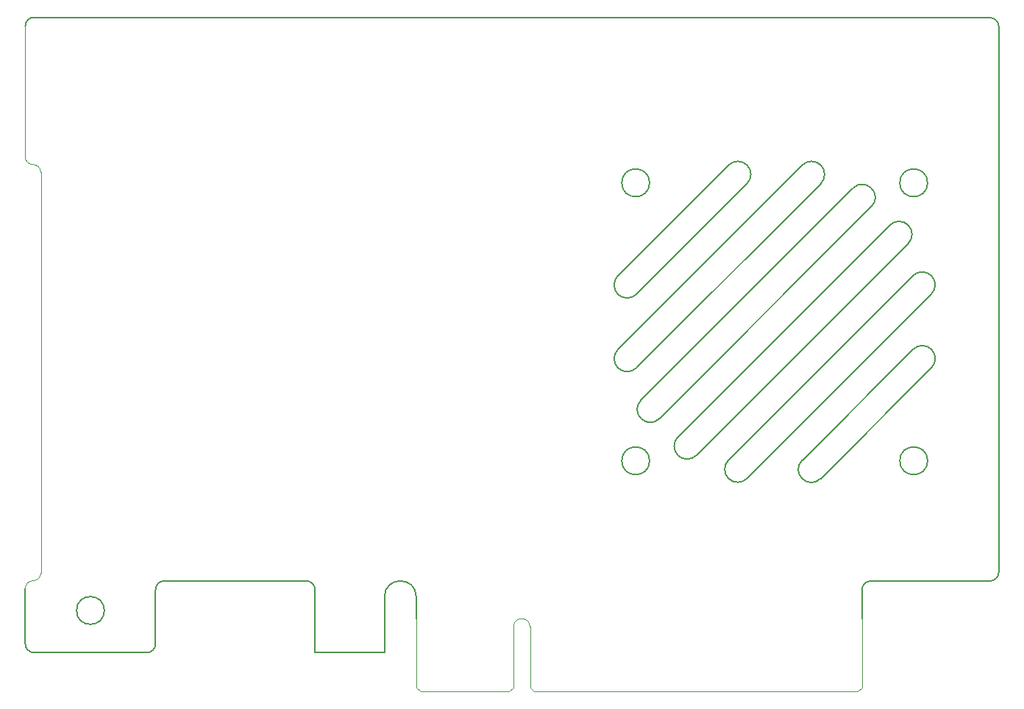
<source format=gm1>
%TF.GenerationSoftware,KiCad,Pcbnew,(5.1.9)-1*%
%TF.CreationDate,2021-07-12T14:13:14+08:00*%
%TF.ProjectId,V1,56312e6b-6963-4616-945f-706362585858,rev?*%
%TF.SameCoordinates,Original*%
%TF.FileFunction,Profile,NP*%
%FSLAX46Y46*%
G04 Gerber Fmt 4.6, Leading zero omitted, Abs format (unit mm)*
G04 Created by KiCad (PCBNEW (5.1.9)-1) date 2021-07-12 14:13:14*
%MOMM*%
%LPD*%
G01*
G04 APERTURE LIST*
%TA.AperFunction,Profile*%
%ADD10C,0.203200*%
%TD*%
%TA.AperFunction,Profile*%
%ADD11C,0.050000*%
%TD*%
%TA.AperFunction,Profile*%
%ADD12C,0.120000*%
%TD*%
%TA.AperFunction,Profile*%
%ADD13C,0.200000*%
%TD*%
%TA.AperFunction,Profile*%
%ADD14C,0.100000*%
%TD*%
G04 APERTURE END LIST*
D10*
X184299987Y-122299478D02*
G75*
G02*
X185350000Y-121250000I1025013J24478D01*
G01*
D11*
X88000000Y-57370000D02*
X88000000Y-72426000D01*
D12*
X88900000Y-73326000D02*
G75*
G02*
X89800000Y-74226000I0J-900000D01*
G01*
X88900000Y-73326000D02*
G75*
G02*
X88000000Y-72426000I0J900000D01*
G01*
D11*
X89800000Y-120326000D02*
X89800000Y-74226000D01*
D12*
X89800000Y-120326000D02*
G75*
G02*
X88900000Y-121226000I-900000J0D01*
G01*
X88000000Y-122126000D02*
G75*
G02*
X88900000Y-121226000I900000J0D01*
G01*
D13*
X133000000Y-123075000D02*
X133000000Y-125600000D01*
X133000000Y-123075000D02*
G75*
G03*
X129350000Y-123075000I-1825000J0D01*
G01*
X129350000Y-129500000D02*
X129350000Y-123075000D01*
X121350000Y-129500000D02*
X129350000Y-129500000D01*
X121350000Y-122250000D02*
X121350000Y-129500000D01*
X120350000Y-121250000D02*
G75*
G02*
X121350000Y-122250000I0J-1000000D01*
G01*
X104000000Y-121250000D02*
X120350000Y-121250000D01*
X103000000Y-122250000D02*
G75*
G02*
X104000000Y-121250000I1000000J0D01*
G01*
X103000000Y-122250000D02*
X103000000Y-128500000D01*
X102000000Y-129500000D02*
G75*
G03*
X103000000Y-128500000I0J1000000D01*
G01*
X89000000Y-129500000D02*
X102000000Y-129500000D01*
X88000000Y-128500000D02*
G75*
G03*
X89000000Y-129500000I1000000J0D01*
G01*
X88000000Y-128500000D02*
X88000000Y-122126000D01*
X89000000Y-56370000D02*
G75*
G03*
X88000000Y-57370000I0J-1000000D01*
G01*
X89000000Y-56370000D02*
X199009951Y-56410000D01*
X200050000Y-57440000D02*
G75*
G03*
X199009951Y-56410000I-1030049J0D01*
G01*
X200050000Y-57440000D02*
X200050000Y-120250000D01*
X97100000Y-124650001D02*
G75*
G03*
X97100000Y-124650001I-1600000J0D01*
G01*
X185350000Y-121250000D02*
X199050000Y-121250000D01*
X199050000Y-121250000D02*
G75*
G03*
X200050000Y-120250000I0J1000000D01*
G01*
X184300000Y-125600000D02*
X184300000Y-122300000D01*
D14*
X144200000Y-126550000D02*
X144200000Y-133500000D01*
X146100000Y-126550000D02*
X146100000Y-133500000D01*
X133000000Y-125600000D02*
X133000000Y-133500000D01*
X133500000Y-134000000D02*
X143700000Y-134000000D01*
X184300000Y-125600000D02*
X184300000Y-133500000D01*
X146600000Y-134000000D02*
X183800000Y-134000000D01*
X133000000Y-133500000D02*
X133500000Y-134000000D01*
X144200000Y-133500000D02*
X143700000Y-134000000D01*
X146100000Y-133500000D02*
X146600000Y-134000000D01*
X184300000Y-133500000D02*
X183800000Y-134000000D01*
X144200000Y-126550000D02*
G75*
G02*
X146100000Y-126550000I950000J0D01*
G01*
D13*
X191850000Y-75420000D02*
G75*
G03*
X191850000Y-75420000I-1600000J0D01*
G01*
X159850000Y-75420000D02*
G75*
G03*
X159850000Y-75420000I-1600000J0D01*
G01*
X191850000Y-107420000D02*
G75*
G03*
X191850000Y-107420000I-1600000J0D01*
G01*
X159850000Y-107420000D02*
G75*
G03*
X159850000Y-107420000I-1600000J0D01*
G01*
X165240796Y-106793165D02*
X189623165Y-82410796D01*
X187501845Y-80289475D02*
X163119475Y-104671845D01*
X185380525Y-78168155D02*
X160998155Y-102550525D01*
X158876835Y-100429204D02*
X183259204Y-76046835D01*
X192287113Y-88232129D02*
X171062129Y-109457113D01*
X168940809Y-107335793D02*
X190165793Y-86110809D01*
X192291036Y-96713487D02*
X179543487Y-109461036D01*
X177422167Y-107339715D02*
X190169715Y-94592167D01*
X156212887Y-94607871D02*
X177437871Y-73382887D01*
X179559191Y-75504207D02*
X158334207Y-96729191D01*
X156208964Y-86126513D02*
X168956513Y-73378964D01*
X171077833Y-75500285D02*
X158330285Y-88247833D01*
X158330284Y-88247833D02*
G75*
G02*
X156208964Y-86126513I-1060660J1060660D01*
G01*
X168956513Y-73378963D02*
G75*
G02*
X171077833Y-75500285I1060660J-1060661D01*
G01*
X158334207Y-96729191D02*
G75*
G02*
X156212887Y-94607871I-1060660J1060660D01*
G01*
X177437871Y-73382887D02*
G75*
G02*
X179559191Y-75504207I1060660J-1060660D01*
G01*
X190169716Y-94592167D02*
G75*
G02*
X192291036Y-96713487I1060660J-1060660D01*
G01*
X179543487Y-109461037D02*
G75*
G02*
X177422167Y-107339715I-1060660J1060661D01*
G01*
X190165793Y-86110809D02*
G75*
G02*
X192287113Y-88232129I1060660J-1060660D01*
G01*
X171062129Y-109457113D02*
G75*
G02*
X168940809Y-107335793I-1060660J1060660D01*
G01*
X183259203Y-76046835D02*
G75*
G02*
X185380525Y-78168155I1060661J-1060660D01*
G01*
X160998155Y-102550524D02*
G75*
G02*
X158876835Y-100429204I-1060660J1060660D01*
G01*
X165240797Y-106793165D02*
G75*
G02*
X163119475Y-104671845I-1060661J1060660D01*
G01*
X187501845Y-80289476D02*
G75*
G02*
X189623165Y-82410796I1060660J-1060660D01*
G01*
M02*

</source>
